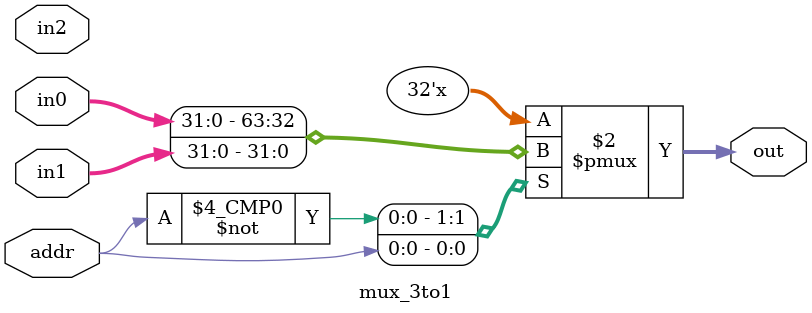
<source format=v>
`timescale 1ns / 1ps
module mux_3to1(out, in0, in1, in2, addr); 
  parameter n = 32; 
  output[n-1:0] out;
  input[n-1:0] in1, in0, in2;
  input addr;
  reg[n-1:0] out;
       
  always @(in0 or in1 or in2 or addr) begin
    case (addr)
      2'b00: out = in0;
      2'b01: out = in1;
      2'b10: out = in2;
    endcase
  end
 
 endmodule

</source>
